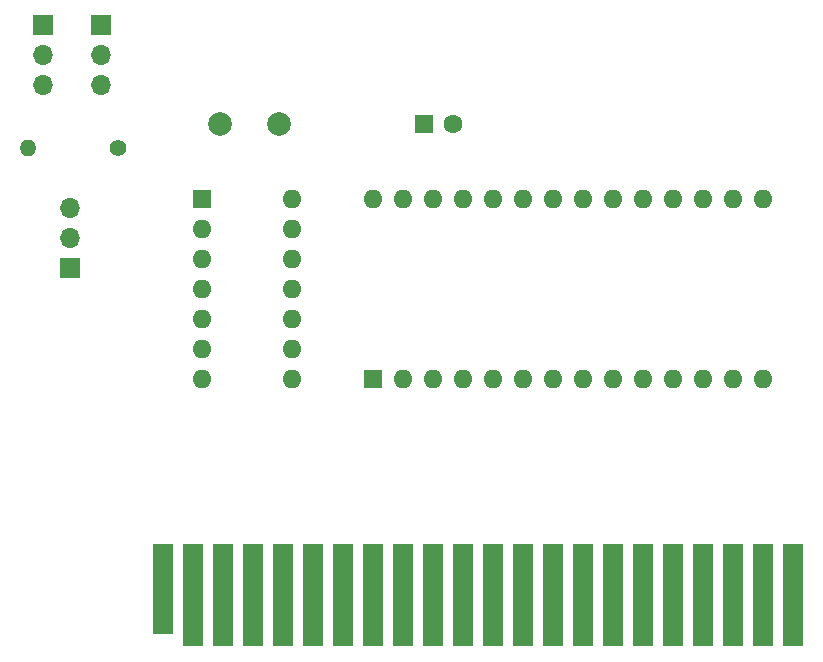
<source format=gbr>
%TF.GenerationSoftware,KiCad,Pcbnew,(5.1.9-0-10_14)*%
%TF.CreationDate,2022-01-29T10:24:00+00:00*%
%TF.ProjectId,SimpleRamFlashCartridge,53696d70-6c65-4526-916d-466c61736843,rev?*%
%TF.SameCoordinates,Original*%
%TF.FileFunction,Soldermask,Bot*%
%TF.FilePolarity,Negative*%
%FSLAX46Y46*%
G04 Gerber Fmt 4.6, Leading zero omitted, Abs format (unit mm)*
G04 Created by KiCad (PCBNEW (5.1.9-0-10_14)) date 2022-01-29 10:24:00*
%MOMM*%
%LPD*%
G01*
G04 APERTURE LIST*
%ADD10C,1.600000*%
%ADD11R,1.600000X1.600000*%
%ADD12O,1.400000X1.400000*%
%ADD13C,1.400000*%
%ADD14O,1.600000X1.600000*%
%ADD15O,1.700000X1.700000*%
%ADD16R,1.700000X1.700000*%
%ADD17R,1.778000X8.636000*%
%ADD18R,1.778000X7.620000*%
%ADD19C,2.000000*%
G04 APERTURE END LIST*
D10*
%TO.C,C2*%
X193254000Y-82550000D03*
D11*
X190754000Y-82550000D03*
%TD*%
D12*
%TO.C,R1*%
X157226000Y-84582000D03*
D13*
X164846000Y-84582000D03*
%TD*%
D14*
%TO.C,U2*%
X186436000Y-88900000D03*
X219456000Y-104140000D03*
X188976000Y-88900000D03*
X216916000Y-104140000D03*
X191516000Y-88900000D03*
X214376000Y-104140000D03*
X194056000Y-88900000D03*
X211836000Y-104140000D03*
X196596000Y-88900000D03*
X209296000Y-104140000D03*
X199136000Y-88900000D03*
X206756000Y-104140000D03*
X201676000Y-88900000D03*
X204216000Y-104140000D03*
X204216000Y-88900000D03*
X201676000Y-104140000D03*
X206756000Y-88900000D03*
X199136000Y-104140000D03*
X209296000Y-88900000D03*
X196596000Y-104140000D03*
X211836000Y-88900000D03*
X194056000Y-104140000D03*
X214376000Y-88900000D03*
X191516000Y-104140000D03*
X216916000Y-88900000D03*
X188976000Y-104140000D03*
X219456000Y-88900000D03*
D11*
X186436000Y-104140000D03*
%TD*%
D15*
%TO.C,J4*%
X163400000Y-79248000D03*
X163400000Y-76708000D03*
D16*
X163400000Y-74168000D03*
%TD*%
D15*
%TO.C,J3*%
X158496000Y-79248000D03*
X158496000Y-76708000D03*
D16*
X158496000Y-74168000D03*
%TD*%
D17*
%TO.C,CON1*%
X221996000Y-122424000D03*
X219456000Y-122424000D03*
X216916000Y-122424000D03*
X214376000Y-122424000D03*
X211836000Y-122424000D03*
X209296000Y-122424000D03*
X206756000Y-122424000D03*
X204216000Y-122424000D03*
X201676000Y-122424000D03*
X199136000Y-122424000D03*
X196596000Y-122424000D03*
X194056000Y-122424000D03*
X191516000Y-122424000D03*
X188976000Y-122424000D03*
X186436000Y-122424000D03*
X183896000Y-122424000D03*
X181356000Y-122424000D03*
X178816000Y-122424000D03*
X176276000Y-122424000D03*
X173736000Y-122424000D03*
X171196000Y-122424000D03*
D18*
X168656000Y-121916000D03*
%TD*%
D14*
%TO.C,U1*%
X179578000Y-88900000D03*
X171958000Y-104140000D03*
X179578000Y-91440000D03*
X171958000Y-101600000D03*
X179578000Y-93980000D03*
X171958000Y-99060000D03*
X179578000Y-96520000D03*
X171958000Y-96520000D03*
X179578000Y-99060000D03*
X171958000Y-93980000D03*
X179578000Y-101600000D03*
X171958000Y-91440000D03*
X179578000Y-104140000D03*
D11*
X171958000Y-88900000D03*
%TD*%
D15*
%TO.C,J2*%
X160782000Y-89662000D03*
X160782000Y-92202000D03*
D16*
X160782000Y-94742000D03*
%TD*%
D19*
%TO.C,C1*%
X178482000Y-82550000D03*
X173482000Y-82550000D03*
%TD*%
M02*

</source>
